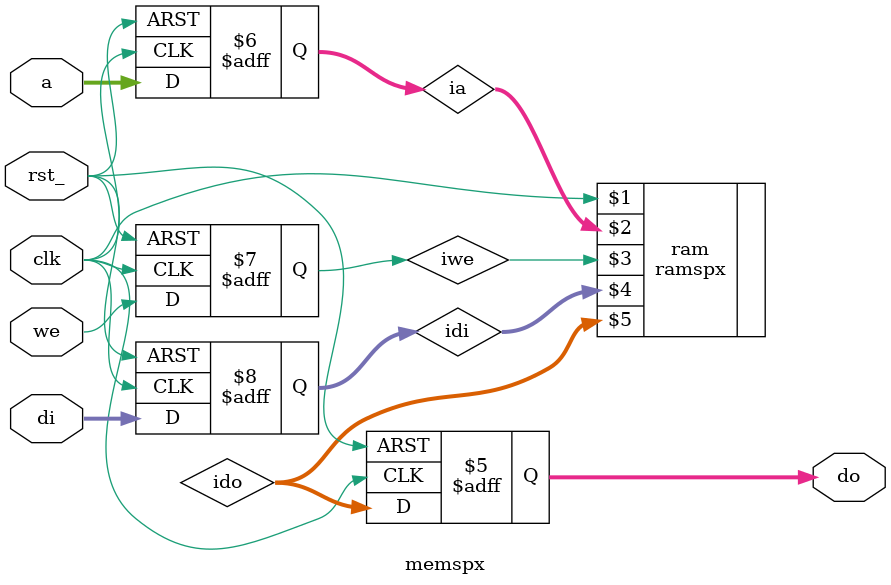
<source format=v>

module memspx
    (
     clk,
     rst_,
     a,
     we,
     di,
     do
     );

parameter ADDRBIT = 11;
parameter DEPTH = 1536;
parameter WIDTH = 32;
parameter TYPE = "AUTO";		//This parameter is for synthesis only (Do not remove)
parameter MAXDEPTH = 0;

input               clk;
input               rst_;
input [ADDRBIT-1:0] a;
input               we;
input [WIDTH-1:0]   di;
output [WIDTH-1:0]  do;

reg [ADDRBIT-1:0]   ia;
reg                 iwe;
reg [WIDTH-1:0]     idi;
wire [WIDTH-1:0]    ido;
reg [WIDTH-1:0]     do;

//wrapping logics
//input
always @ (posedge clk or negedge rst_)
    if (~rst_)
        begin
        ia  <= {ADDRBIT{1'b0}};
        iwe <= 1'b0;
        idi <= {WIDTH{1'b0}};
        end
    else
        begin
        ia  <= a;
        iwe <= we;
        idi <= di;
        end

//output
always @ (posedge clk or negedge rst_)
    if (~rst_)  do  <= {WIDTH{1'b0}};
    else        do  <= ido;

//single-port ram instantiation
ramspx #(ADDRBIT,DEPTH,WIDTH) ram (clk,ia,iwe,idi,ido);

endmodule

</source>
